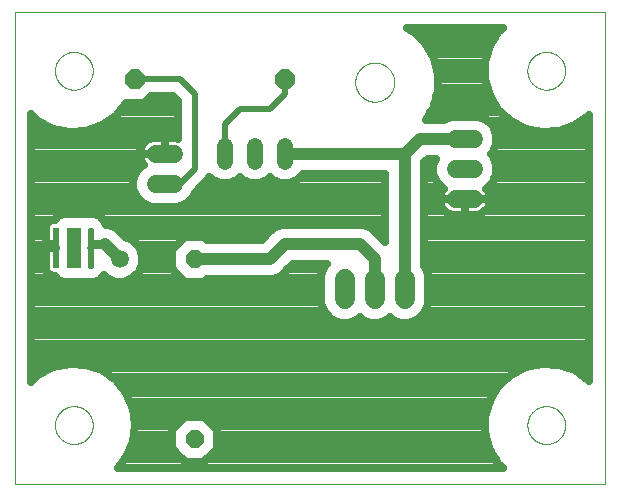
<source format=gbl>
G75*
%MOIN*%
%OFA0B0*%
%FSLAX25Y25*%
%IPPOS*%
%LPD*%
%AMOC8*
5,1,8,0,0,1.08239X$1,22.5*
%
%ADD10C,0.00000*%
%ADD11C,0.06600*%
%ADD12C,0.01575*%
%ADD13R,0.01969X0.13780*%
%ADD14R,0.05118X0.13780*%
%ADD15OC8,0.06600*%
%ADD16OC8,0.06000*%
%ADD17C,0.05200*%
%ADD18C,0.06000*%
%ADD19C,0.02756*%
%ADD20C,0.03937*%
%ADD21C,0.03150*%
%ADD22C,0.01969*%
%ADD23C,0.05906*%
D10*
X0007378Y0007378D02*
X0007378Y0164858D01*
X0204228Y0164858D01*
X0204228Y0007378D01*
X0007378Y0007378D01*
X0020764Y0027063D02*
X0020766Y0027221D01*
X0020772Y0027379D01*
X0020782Y0027537D01*
X0020796Y0027695D01*
X0020814Y0027852D01*
X0020835Y0028009D01*
X0020861Y0028165D01*
X0020891Y0028321D01*
X0020924Y0028476D01*
X0020962Y0028629D01*
X0021003Y0028782D01*
X0021048Y0028934D01*
X0021097Y0029085D01*
X0021150Y0029234D01*
X0021206Y0029382D01*
X0021266Y0029528D01*
X0021330Y0029673D01*
X0021398Y0029816D01*
X0021469Y0029958D01*
X0021543Y0030098D01*
X0021621Y0030235D01*
X0021703Y0030371D01*
X0021787Y0030505D01*
X0021876Y0030636D01*
X0021967Y0030765D01*
X0022062Y0030892D01*
X0022159Y0031017D01*
X0022260Y0031139D01*
X0022364Y0031258D01*
X0022471Y0031375D01*
X0022581Y0031489D01*
X0022694Y0031600D01*
X0022809Y0031709D01*
X0022927Y0031814D01*
X0023048Y0031916D01*
X0023171Y0032016D01*
X0023297Y0032112D01*
X0023425Y0032205D01*
X0023555Y0032295D01*
X0023688Y0032381D01*
X0023823Y0032465D01*
X0023959Y0032544D01*
X0024098Y0032621D01*
X0024239Y0032693D01*
X0024381Y0032763D01*
X0024525Y0032828D01*
X0024671Y0032890D01*
X0024818Y0032948D01*
X0024967Y0033003D01*
X0025117Y0033054D01*
X0025268Y0033101D01*
X0025420Y0033144D01*
X0025573Y0033183D01*
X0025728Y0033219D01*
X0025883Y0033250D01*
X0026039Y0033278D01*
X0026195Y0033302D01*
X0026352Y0033322D01*
X0026510Y0033338D01*
X0026667Y0033350D01*
X0026826Y0033358D01*
X0026984Y0033362D01*
X0027142Y0033362D01*
X0027300Y0033358D01*
X0027459Y0033350D01*
X0027616Y0033338D01*
X0027774Y0033322D01*
X0027931Y0033302D01*
X0028087Y0033278D01*
X0028243Y0033250D01*
X0028398Y0033219D01*
X0028553Y0033183D01*
X0028706Y0033144D01*
X0028858Y0033101D01*
X0029009Y0033054D01*
X0029159Y0033003D01*
X0029308Y0032948D01*
X0029455Y0032890D01*
X0029601Y0032828D01*
X0029745Y0032763D01*
X0029887Y0032693D01*
X0030028Y0032621D01*
X0030167Y0032544D01*
X0030303Y0032465D01*
X0030438Y0032381D01*
X0030571Y0032295D01*
X0030701Y0032205D01*
X0030829Y0032112D01*
X0030955Y0032016D01*
X0031078Y0031916D01*
X0031199Y0031814D01*
X0031317Y0031709D01*
X0031432Y0031600D01*
X0031545Y0031489D01*
X0031655Y0031375D01*
X0031762Y0031258D01*
X0031866Y0031139D01*
X0031967Y0031017D01*
X0032064Y0030892D01*
X0032159Y0030765D01*
X0032250Y0030636D01*
X0032339Y0030505D01*
X0032423Y0030371D01*
X0032505Y0030235D01*
X0032583Y0030098D01*
X0032657Y0029958D01*
X0032728Y0029816D01*
X0032796Y0029673D01*
X0032860Y0029528D01*
X0032920Y0029382D01*
X0032976Y0029234D01*
X0033029Y0029085D01*
X0033078Y0028934D01*
X0033123Y0028782D01*
X0033164Y0028629D01*
X0033202Y0028476D01*
X0033235Y0028321D01*
X0033265Y0028165D01*
X0033291Y0028009D01*
X0033312Y0027852D01*
X0033330Y0027695D01*
X0033344Y0027537D01*
X0033354Y0027379D01*
X0033360Y0027221D01*
X0033362Y0027063D01*
X0033360Y0026905D01*
X0033354Y0026747D01*
X0033344Y0026589D01*
X0033330Y0026431D01*
X0033312Y0026274D01*
X0033291Y0026117D01*
X0033265Y0025961D01*
X0033235Y0025805D01*
X0033202Y0025650D01*
X0033164Y0025497D01*
X0033123Y0025344D01*
X0033078Y0025192D01*
X0033029Y0025041D01*
X0032976Y0024892D01*
X0032920Y0024744D01*
X0032860Y0024598D01*
X0032796Y0024453D01*
X0032728Y0024310D01*
X0032657Y0024168D01*
X0032583Y0024028D01*
X0032505Y0023891D01*
X0032423Y0023755D01*
X0032339Y0023621D01*
X0032250Y0023490D01*
X0032159Y0023361D01*
X0032064Y0023234D01*
X0031967Y0023109D01*
X0031866Y0022987D01*
X0031762Y0022868D01*
X0031655Y0022751D01*
X0031545Y0022637D01*
X0031432Y0022526D01*
X0031317Y0022417D01*
X0031199Y0022312D01*
X0031078Y0022210D01*
X0030955Y0022110D01*
X0030829Y0022014D01*
X0030701Y0021921D01*
X0030571Y0021831D01*
X0030438Y0021745D01*
X0030303Y0021661D01*
X0030167Y0021582D01*
X0030028Y0021505D01*
X0029887Y0021433D01*
X0029745Y0021363D01*
X0029601Y0021298D01*
X0029455Y0021236D01*
X0029308Y0021178D01*
X0029159Y0021123D01*
X0029009Y0021072D01*
X0028858Y0021025D01*
X0028706Y0020982D01*
X0028553Y0020943D01*
X0028398Y0020907D01*
X0028243Y0020876D01*
X0028087Y0020848D01*
X0027931Y0020824D01*
X0027774Y0020804D01*
X0027616Y0020788D01*
X0027459Y0020776D01*
X0027300Y0020768D01*
X0027142Y0020764D01*
X0026984Y0020764D01*
X0026826Y0020768D01*
X0026667Y0020776D01*
X0026510Y0020788D01*
X0026352Y0020804D01*
X0026195Y0020824D01*
X0026039Y0020848D01*
X0025883Y0020876D01*
X0025728Y0020907D01*
X0025573Y0020943D01*
X0025420Y0020982D01*
X0025268Y0021025D01*
X0025117Y0021072D01*
X0024967Y0021123D01*
X0024818Y0021178D01*
X0024671Y0021236D01*
X0024525Y0021298D01*
X0024381Y0021363D01*
X0024239Y0021433D01*
X0024098Y0021505D01*
X0023959Y0021582D01*
X0023823Y0021661D01*
X0023688Y0021745D01*
X0023555Y0021831D01*
X0023425Y0021921D01*
X0023297Y0022014D01*
X0023171Y0022110D01*
X0023048Y0022210D01*
X0022927Y0022312D01*
X0022809Y0022417D01*
X0022694Y0022526D01*
X0022581Y0022637D01*
X0022471Y0022751D01*
X0022364Y0022868D01*
X0022260Y0022987D01*
X0022159Y0023109D01*
X0022062Y0023234D01*
X0021967Y0023361D01*
X0021876Y0023490D01*
X0021787Y0023621D01*
X0021703Y0023755D01*
X0021621Y0023891D01*
X0021543Y0024028D01*
X0021469Y0024168D01*
X0021398Y0024310D01*
X0021330Y0024453D01*
X0021266Y0024598D01*
X0021206Y0024744D01*
X0021150Y0024892D01*
X0021097Y0025041D01*
X0021048Y0025192D01*
X0021003Y0025344D01*
X0020962Y0025497D01*
X0020924Y0025650D01*
X0020891Y0025805D01*
X0020861Y0025961D01*
X0020835Y0026117D01*
X0020814Y0026274D01*
X0020796Y0026431D01*
X0020782Y0026589D01*
X0020772Y0026747D01*
X0020766Y0026905D01*
X0020764Y0027063D01*
X0120878Y0141378D02*
X0120880Y0141539D01*
X0120886Y0141699D01*
X0120896Y0141860D01*
X0120910Y0142020D01*
X0120928Y0142180D01*
X0120949Y0142339D01*
X0120975Y0142498D01*
X0121005Y0142656D01*
X0121038Y0142813D01*
X0121076Y0142970D01*
X0121117Y0143125D01*
X0121162Y0143279D01*
X0121211Y0143432D01*
X0121264Y0143584D01*
X0121320Y0143735D01*
X0121381Y0143884D01*
X0121444Y0144032D01*
X0121512Y0144178D01*
X0121583Y0144322D01*
X0121657Y0144464D01*
X0121735Y0144605D01*
X0121817Y0144743D01*
X0121902Y0144880D01*
X0121990Y0145014D01*
X0122082Y0145146D01*
X0122177Y0145276D01*
X0122275Y0145404D01*
X0122376Y0145529D01*
X0122480Y0145651D01*
X0122587Y0145771D01*
X0122697Y0145888D01*
X0122810Y0146003D01*
X0122926Y0146114D01*
X0123045Y0146223D01*
X0123166Y0146328D01*
X0123290Y0146431D01*
X0123416Y0146531D01*
X0123544Y0146627D01*
X0123675Y0146720D01*
X0123809Y0146810D01*
X0123944Y0146897D01*
X0124082Y0146980D01*
X0124221Y0147060D01*
X0124363Y0147136D01*
X0124506Y0147209D01*
X0124651Y0147278D01*
X0124798Y0147344D01*
X0124946Y0147406D01*
X0125096Y0147464D01*
X0125247Y0147519D01*
X0125400Y0147570D01*
X0125554Y0147617D01*
X0125709Y0147660D01*
X0125865Y0147699D01*
X0126021Y0147735D01*
X0126179Y0147766D01*
X0126337Y0147794D01*
X0126496Y0147818D01*
X0126656Y0147838D01*
X0126816Y0147854D01*
X0126976Y0147866D01*
X0127137Y0147874D01*
X0127298Y0147878D01*
X0127458Y0147878D01*
X0127619Y0147874D01*
X0127780Y0147866D01*
X0127940Y0147854D01*
X0128100Y0147838D01*
X0128260Y0147818D01*
X0128419Y0147794D01*
X0128577Y0147766D01*
X0128735Y0147735D01*
X0128891Y0147699D01*
X0129047Y0147660D01*
X0129202Y0147617D01*
X0129356Y0147570D01*
X0129509Y0147519D01*
X0129660Y0147464D01*
X0129810Y0147406D01*
X0129958Y0147344D01*
X0130105Y0147278D01*
X0130250Y0147209D01*
X0130393Y0147136D01*
X0130535Y0147060D01*
X0130674Y0146980D01*
X0130812Y0146897D01*
X0130947Y0146810D01*
X0131081Y0146720D01*
X0131212Y0146627D01*
X0131340Y0146531D01*
X0131466Y0146431D01*
X0131590Y0146328D01*
X0131711Y0146223D01*
X0131830Y0146114D01*
X0131946Y0146003D01*
X0132059Y0145888D01*
X0132169Y0145771D01*
X0132276Y0145651D01*
X0132380Y0145529D01*
X0132481Y0145404D01*
X0132579Y0145276D01*
X0132674Y0145146D01*
X0132766Y0145014D01*
X0132854Y0144880D01*
X0132939Y0144743D01*
X0133021Y0144605D01*
X0133099Y0144464D01*
X0133173Y0144322D01*
X0133244Y0144178D01*
X0133312Y0144032D01*
X0133375Y0143884D01*
X0133436Y0143735D01*
X0133492Y0143584D01*
X0133545Y0143432D01*
X0133594Y0143279D01*
X0133639Y0143125D01*
X0133680Y0142970D01*
X0133718Y0142813D01*
X0133751Y0142656D01*
X0133781Y0142498D01*
X0133807Y0142339D01*
X0133828Y0142180D01*
X0133846Y0142020D01*
X0133860Y0141860D01*
X0133870Y0141699D01*
X0133876Y0141539D01*
X0133878Y0141378D01*
X0133876Y0141217D01*
X0133870Y0141057D01*
X0133860Y0140896D01*
X0133846Y0140736D01*
X0133828Y0140576D01*
X0133807Y0140417D01*
X0133781Y0140258D01*
X0133751Y0140100D01*
X0133718Y0139943D01*
X0133680Y0139786D01*
X0133639Y0139631D01*
X0133594Y0139477D01*
X0133545Y0139324D01*
X0133492Y0139172D01*
X0133436Y0139021D01*
X0133375Y0138872D01*
X0133312Y0138724D01*
X0133244Y0138578D01*
X0133173Y0138434D01*
X0133099Y0138292D01*
X0133021Y0138151D01*
X0132939Y0138013D01*
X0132854Y0137876D01*
X0132766Y0137742D01*
X0132674Y0137610D01*
X0132579Y0137480D01*
X0132481Y0137352D01*
X0132380Y0137227D01*
X0132276Y0137105D01*
X0132169Y0136985D01*
X0132059Y0136868D01*
X0131946Y0136753D01*
X0131830Y0136642D01*
X0131711Y0136533D01*
X0131590Y0136428D01*
X0131466Y0136325D01*
X0131340Y0136225D01*
X0131212Y0136129D01*
X0131081Y0136036D01*
X0130947Y0135946D01*
X0130812Y0135859D01*
X0130674Y0135776D01*
X0130535Y0135696D01*
X0130393Y0135620D01*
X0130250Y0135547D01*
X0130105Y0135478D01*
X0129958Y0135412D01*
X0129810Y0135350D01*
X0129660Y0135292D01*
X0129509Y0135237D01*
X0129356Y0135186D01*
X0129202Y0135139D01*
X0129047Y0135096D01*
X0128891Y0135057D01*
X0128735Y0135021D01*
X0128577Y0134990D01*
X0128419Y0134962D01*
X0128260Y0134938D01*
X0128100Y0134918D01*
X0127940Y0134902D01*
X0127780Y0134890D01*
X0127619Y0134882D01*
X0127458Y0134878D01*
X0127298Y0134878D01*
X0127137Y0134882D01*
X0126976Y0134890D01*
X0126816Y0134902D01*
X0126656Y0134918D01*
X0126496Y0134938D01*
X0126337Y0134962D01*
X0126179Y0134990D01*
X0126021Y0135021D01*
X0125865Y0135057D01*
X0125709Y0135096D01*
X0125554Y0135139D01*
X0125400Y0135186D01*
X0125247Y0135237D01*
X0125096Y0135292D01*
X0124946Y0135350D01*
X0124798Y0135412D01*
X0124651Y0135478D01*
X0124506Y0135547D01*
X0124363Y0135620D01*
X0124221Y0135696D01*
X0124082Y0135776D01*
X0123944Y0135859D01*
X0123809Y0135946D01*
X0123675Y0136036D01*
X0123544Y0136129D01*
X0123416Y0136225D01*
X0123290Y0136325D01*
X0123166Y0136428D01*
X0123045Y0136533D01*
X0122926Y0136642D01*
X0122810Y0136753D01*
X0122697Y0136868D01*
X0122587Y0136985D01*
X0122480Y0137105D01*
X0122376Y0137227D01*
X0122275Y0137352D01*
X0122177Y0137480D01*
X0122082Y0137610D01*
X0121990Y0137742D01*
X0121902Y0137876D01*
X0121817Y0138013D01*
X0121735Y0138151D01*
X0121657Y0138292D01*
X0121583Y0138434D01*
X0121512Y0138578D01*
X0121444Y0138724D01*
X0121381Y0138872D01*
X0121320Y0139021D01*
X0121264Y0139172D01*
X0121211Y0139324D01*
X0121162Y0139477D01*
X0121117Y0139631D01*
X0121076Y0139786D01*
X0121038Y0139943D01*
X0121005Y0140100D01*
X0120975Y0140258D01*
X0120949Y0140417D01*
X0120928Y0140576D01*
X0120910Y0140736D01*
X0120896Y0140896D01*
X0120886Y0141057D01*
X0120880Y0141217D01*
X0120878Y0141378D01*
X0178244Y0145173D02*
X0178246Y0145331D01*
X0178252Y0145489D01*
X0178262Y0145647D01*
X0178276Y0145805D01*
X0178294Y0145962D01*
X0178315Y0146119D01*
X0178341Y0146275D01*
X0178371Y0146431D01*
X0178404Y0146586D01*
X0178442Y0146739D01*
X0178483Y0146892D01*
X0178528Y0147044D01*
X0178577Y0147195D01*
X0178630Y0147344D01*
X0178686Y0147492D01*
X0178746Y0147638D01*
X0178810Y0147783D01*
X0178878Y0147926D01*
X0178949Y0148068D01*
X0179023Y0148208D01*
X0179101Y0148345D01*
X0179183Y0148481D01*
X0179267Y0148615D01*
X0179356Y0148746D01*
X0179447Y0148875D01*
X0179542Y0149002D01*
X0179639Y0149127D01*
X0179740Y0149249D01*
X0179844Y0149368D01*
X0179951Y0149485D01*
X0180061Y0149599D01*
X0180174Y0149710D01*
X0180289Y0149819D01*
X0180407Y0149924D01*
X0180528Y0150026D01*
X0180651Y0150126D01*
X0180777Y0150222D01*
X0180905Y0150315D01*
X0181035Y0150405D01*
X0181168Y0150491D01*
X0181303Y0150575D01*
X0181439Y0150654D01*
X0181578Y0150731D01*
X0181719Y0150803D01*
X0181861Y0150873D01*
X0182005Y0150938D01*
X0182151Y0151000D01*
X0182298Y0151058D01*
X0182447Y0151113D01*
X0182597Y0151164D01*
X0182748Y0151211D01*
X0182900Y0151254D01*
X0183053Y0151293D01*
X0183208Y0151329D01*
X0183363Y0151360D01*
X0183519Y0151388D01*
X0183675Y0151412D01*
X0183832Y0151432D01*
X0183990Y0151448D01*
X0184147Y0151460D01*
X0184306Y0151468D01*
X0184464Y0151472D01*
X0184622Y0151472D01*
X0184780Y0151468D01*
X0184939Y0151460D01*
X0185096Y0151448D01*
X0185254Y0151432D01*
X0185411Y0151412D01*
X0185567Y0151388D01*
X0185723Y0151360D01*
X0185878Y0151329D01*
X0186033Y0151293D01*
X0186186Y0151254D01*
X0186338Y0151211D01*
X0186489Y0151164D01*
X0186639Y0151113D01*
X0186788Y0151058D01*
X0186935Y0151000D01*
X0187081Y0150938D01*
X0187225Y0150873D01*
X0187367Y0150803D01*
X0187508Y0150731D01*
X0187647Y0150654D01*
X0187783Y0150575D01*
X0187918Y0150491D01*
X0188051Y0150405D01*
X0188181Y0150315D01*
X0188309Y0150222D01*
X0188435Y0150126D01*
X0188558Y0150026D01*
X0188679Y0149924D01*
X0188797Y0149819D01*
X0188912Y0149710D01*
X0189025Y0149599D01*
X0189135Y0149485D01*
X0189242Y0149368D01*
X0189346Y0149249D01*
X0189447Y0149127D01*
X0189544Y0149002D01*
X0189639Y0148875D01*
X0189730Y0148746D01*
X0189819Y0148615D01*
X0189903Y0148481D01*
X0189985Y0148345D01*
X0190063Y0148208D01*
X0190137Y0148068D01*
X0190208Y0147926D01*
X0190276Y0147783D01*
X0190340Y0147638D01*
X0190400Y0147492D01*
X0190456Y0147344D01*
X0190509Y0147195D01*
X0190558Y0147044D01*
X0190603Y0146892D01*
X0190644Y0146739D01*
X0190682Y0146586D01*
X0190715Y0146431D01*
X0190745Y0146275D01*
X0190771Y0146119D01*
X0190792Y0145962D01*
X0190810Y0145805D01*
X0190824Y0145647D01*
X0190834Y0145489D01*
X0190840Y0145331D01*
X0190842Y0145173D01*
X0190840Y0145015D01*
X0190834Y0144857D01*
X0190824Y0144699D01*
X0190810Y0144541D01*
X0190792Y0144384D01*
X0190771Y0144227D01*
X0190745Y0144071D01*
X0190715Y0143915D01*
X0190682Y0143760D01*
X0190644Y0143607D01*
X0190603Y0143454D01*
X0190558Y0143302D01*
X0190509Y0143151D01*
X0190456Y0143002D01*
X0190400Y0142854D01*
X0190340Y0142708D01*
X0190276Y0142563D01*
X0190208Y0142420D01*
X0190137Y0142278D01*
X0190063Y0142138D01*
X0189985Y0142001D01*
X0189903Y0141865D01*
X0189819Y0141731D01*
X0189730Y0141600D01*
X0189639Y0141471D01*
X0189544Y0141344D01*
X0189447Y0141219D01*
X0189346Y0141097D01*
X0189242Y0140978D01*
X0189135Y0140861D01*
X0189025Y0140747D01*
X0188912Y0140636D01*
X0188797Y0140527D01*
X0188679Y0140422D01*
X0188558Y0140320D01*
X0188435Y0140220D01*
X0188309Y0140124D01*
X0188181Y0140031D01*
X0188051Y0139941D01*
X0187918Y0139855D01*
X0187783Y0139771D01*
X0187647Y0139692D01*
X0187508Y0139615D01*
X0187367Y0139543D01*
X0187225Y0139473D01*
X0187081Y0139408D01*
X0186935Y0139346D01*
X0186788Y0139288D01*
X0186639Y0139233D01*
X0186489Y0139182D01*
X0186338Y0139135D01*
X0186186Y0139092D01*
X0186033Y0139053D01*
X0185878Y0139017D01*
X0185723Y0138986D01*
X0185567Y0138958D01*
X0185411Y0138934D01*
X0185254Y0138914D01*
X0185096Y0138898D01*
X0184939Y0138886D01*
X0184780Y0138878D01*
X0184622Y0138874D01*
X0184464Y0138874D01*
X0184306Y0138878D01*
X0184147Y0138886D01*
X0183990Y0138898D01*
X0183832Y0138914D01*
X0183675Y0138934D01*
X0183519Y0138958D01*
X0183363Y0138986D01*
X0183208Y0139017D01*
X0183053Y0139053D01*
X0182900Y0139092D01*
X0182748Y0139135D01*
X0182597Y0139182D01*
X0182447Y0139233D01*
X0182298Y0139288D01*
X0182151Y0139346D01*
X0182005Y0139408D01*
X0181861Y0139473D01*
X0181719Y0139543D01*
X0181578Y0139615D01*
X0181439Y0139692D01*
X0181303Y0139771D01*
X0181168Y0139855D01*
X0181035Y0139941D01*
X0180905Y0140031D01*
X0180777Y0140124D01*
X0180651Y0140220D01*
X0180528Y0140320D01*
X0180407Y0140422D01*
X0180289Y0140527D01*
X0180174Y0140636D01*
X0180061Y0140747D01*
X0179951Y0140861D01*
X0179844Y0140978D01*
X0179740Y0141097D01*
X0179639Y0141219D01*
X0179542Y0141344D01*
X0179447Y0141471D01*
X0179356Y0141600D01*
X0179267Y0141731D01*
X0179183Y0141865D01*
X0179101Y0142001D01*
X0179023Y0142138D01*
X0178949Y0142278D01*
X0178878Y0142420D01*
X0178810Y0142563D01*
X0178746Y0142708D01*
X0178686Y0142854D01*
X0178630Y0143002D01*
X0178577Y0143151D01*
X0178528Y0143302D01*
X0178483Y0143454D01*
X0178442Y0143607D01*
X0178404Y0143760D01*
X0178371Y0143915D01*
X0178341Y0144071D01*
X0178315Y0144227D01*
X0178294Y0144384D01*
X0178276Y0144541D01*
X0178262Y0144699D01*
X0178252Y0144857D01*
X0178246Y0145015D01*
X0178244Y0145173D01*
X0178244Y0027063D02*
X0178246Y0027221D01*
X0178252Y0027379D01*
X0178262Y0027537D01*
X0178276Y0027695D01*
X0178294Y0027852D01*
X0178315Y0028009D01*
X0178341Y0028165D01*
X0178371Y0028321D01*
X0178404Y0028476D01*
X0178442Y0028629D01*
X0178483Y0028782D01*
X0178528Y0028934D01*
X0178577Y0029085D01*
X0178630Y0029234D01*
X0178686Y0029382D01*
X0178746Y0029528D01*
X0178810Y0029673D01*
X0178878Y0029816D01*
X0178949Y0029958D01*
X0179023Y0030098D01*
X0179101Y0030235D01*
X0179183Y0030371D01*
X0179267Y0030505D01*
X0179356Y0030636D01*
X0179447Y0030765D01*
X0179542Y0030892D01*
X0179639Y0031017D01*
X0179740Y0031139D01*
X0179844Y0031258D01*
X0179951Y0031375D01*
X0180061Y0031489D01*
X0180174Y0031600D01*
X0180289Y0031709D01*
X0180407Y0031814D01*
X0180528Y0031916D01*
X0180651Y0032016D01*
X0180777Y0032112D01*
X0180905Y0032205D01*
X0181035Y0032295D01*
X0181168Y0032381D01*
X0181303Y0032465D01*
X0181439Y0032544D01*
X0181578Y0032621D01*
X0181719Y0032693D01*
X0181861Y0032763D01*
X0182005Y0032828D01*
X0182151Y0032890D01*
X0182298Y0032948D01*
X0182447Y0033003D01*
X0182597Y0033054D01*
X0182748Y0033101D01*
X0182900Y0033144D01*
X0183053Y0033183D01*
X0183208Y0033219D01*
X0183363Y0033250D01*
X0183519Y0033278D01*
X0183675Y0033302D01*
X0183832Y0033322D01*
X0183990Y0033338D01*
X0184147Y0033350D01*
X0184306Y0033358D01*
X0184464Y0033362D01*
X0184622Y0033362D01*
X0184780Y0033358D01*
X0184939Y0033350D01*
X0185096Y0033338D01*
X0185254Y0033322D01*
X0185411Y0033302D01*
X0185567Y0033278D01*
X0185723Y0033250D01*
X0185878Y0033219D01*
X0186033Y0033183D01*
X0186186Y0033144D01*
X0186338Y0033101D01*
X0186489Y0033054D01*
X0186639Y0033003D01*
X0186788Y0032948D01*
X0186935Y0032890D01*
X0187081Y0032828D01*
X0187225Y0032763D01*
X0187367Y0032693D01*
X0187508Y0032621D01*
X0187647Y0032544D01*
X0187783Y0032465D01*
X0187918Y0032381D01*
X0188051Y0032295D01*
X0188181Y0032205D01*
X0188309Y0032112D01*
X0188435Y0032016D01*
X0188558Y0031916D01*
X0188679Y0031814D01*
X0188797Y0031709D01*
X0188912Y0031600D01*
X0189025Y0031489D01*
X0189135Y0031375D01*
X0189242Y0031258D01*
X0189346Y0031139D01*
X0189447Y0031017D01*
X0189544Y0030892D01*
X0189639Y0030765D01*
X0189730Y0030636D01*
X0189819Y0030505D01*
X0189903Y0030371D01*
X0189985Y0030235D01*
X0190063Y0030098D01*
X0190137Y0029958D01*
X0190208Y0029816D01*
X0190276Y0029673D01*
X0190340Y0029528D01*
X0190400Y0029382D01*
X0190456Y0029234D01*
X0190509Y0029085D01*
X0190558Y0028934D01*
X0190603Y0028782D01*
X0190644Y0028629D01*
X0190682Y0028476D01*
X0190715Y0028321D01*
X0190745Y0028165D01*
X0190771Y0028009D01*
X0190792Y0027852D01*
X0190810Y0027695D01*
X0190824Y0027537D01*
X0190834Y0027379D01*
X0190840Y0027221D01*
X0190842Y0027063D01*
X0190840Y0026905D01*
X0190834Y0026747D01*
X0190824Y0026589D01*
X0190810Y0026431D01*
X0190792Y0026274D01*
X0190771Y0026117D01*
X0190745Y0025961D01*
X0190715Y0025805D01*
X0190682Y0025650D01*
X0190644Y0025497D01*
X0190603Y0025344D01*
X0190558Y0025192D01*
X0190509Y0025041D01*
X0190456Y0024892D01*
X0190400Y0024744D01*
X0190340Y0024598D01*
X0190276Y0024453D01*
X0190208Y0024310D01*
X0190137Y0024168D01*
X0190063Y0024028D01*
X0189985Y0023891D01*
X0189903Y0023755D01*
X0189819Y0023621D01*
X0189730Y0023490D01*
X0189639Y0023361D01*
X0189544Y0023234D01*
X0189447Y0023109D01*
X0189346Y0022987D01*
X0189242Y0022868D01*
X0189135Y0022751D01*
X0189025Y0022637D01*
X0188912Y0022526D01*
X0188797Y0022417D01*
X0188679Y0022312D01*
X0188558Y0022210D01*
X0188435Y0022110D01*
X0188309Y0022014D01*
X0188181Y0021921D01*
X0188051Y0021831D01*
X0187918Y0021745D01*
X0187783Y0021661D01*
X0187647Y0021582D01*
X0187508Y0021505D01*
X0187367Y0021433D01*
X0187225Y0021363D01*
X0187081Y0021298D01*
X0186935Y0021236D01*
X0186788Y0021178D01*
X0186639Y0021123D01*
X0186489Y0021072D01*
X0186338Y0021025D01*
X0186186Y0020982D01*
X0186033Y0020943D01*
X0185878Y0020907D01*
X0185723Y0020876D01*
X0185567Y0020848D01*
X0185411Y0020824D01*
X0185254Y0020804D01*
X0185096Y0020788D01*
X0184939Y0020776D01*
X0184780Y0020768D01*
X0184622Y0020764D01*
X0184464Y0020764D01*
X0184306Y0020768D01*
X0184147Y0020776D01*
X0183990Y0020788D01*
X0183832Y0020804D01*
X0183675Y0020824D01*
X0183519Y0020848D01*
X0183363Y0020876D01*
X0183208Y0020907D01*
X0183053Y0020943D01*
X0182900Y0020982D01*
X0182748Y0021025D01*
X0182597Y0021072D01*
X0182447Y0021123D01*
X0182298Y0021178D01*
X0182151Y0021236D01*
X0182005Y0021298D01*
X0181861Y0021363D01*
X0181719Y0021433D01*
X0181578Y0021505D01*
X0181439Y0021582D01*
X0181303Y0021661D01*
X0181168Y0021745D01*
X0181035Y0021831D01*
X0180905Y0021921D01*
X0180777Y0022014D01*
X0180651Y0022110D01*
X0180528Y0022210D01*
X0180407Y0022312D01*
X0180289Y0022417D01*
X0180174Y0022526D01*
X0180061Y0022637D01*
X0179951Y0022751D01*
X0179844Y0022868D01*
X0179740Y0022987D01*
X0179639Y0023109D01*
X0179542Y0023234D01*
X0179447Y0023361D01*
X0179356Y0023490D01*
X0179267Y0023621D01*
X0179183Y0023755D01*
X0179101Y0023891D01*
X0179023Y0024028D01*
X0178949Y0024168D01*
X0178878Y0024310D01*
X0178810Y0024453D01*
X0178746Y0024598D01*
X0178686Y0024744D01*
X0178630Y0024892D01*
X0178577Y0025041D01*
X0178528Y0025192D01*
X0178483Y0025344D01*
X0178442Y0025497D01*
X0178404Y0025650D01*
X0178371Y0025805D01*
X0178341Y0025961D01*
X0178315Y0026117D01*
X0178294Y0026274D01*
X0178276Y0026431D01*
X0178262Y0026589D01*
X0178252Y0026747D01*
X0178246Y0026905D01*
X0178244Y0027063D01*
X0020764Y0145173D02*
X0020766Y0145331D01*
X0020772Y0145489D01*
X0020782Y0145647D01*
X0020796Y0145805D01*
X0020814Y0145962D01*
X0020835Y0146119D01*
X0020861Y0146275D01*
X0020891Y0146431D01*
X0020924Y0146586D01*
X0020962Y0146739D01*
X0021003Y0146892D01*
X0021048Y0147044D01*
X0021097Y0147195D01*
X0021150Y0147344D01*
X0021206Y0147492D01*
X0021266Y0147638D01*
X0021330Y0147783D01*
X0021398Y0147926D01*
X0021469Y0148068D01*
X0021543Y0148208D01*
X0021621Y0148345D01*
X0021703Y0148481D01*
X0021787Y0148615D01*
X0021876Y0148746D01*
X0021967Y0148875D01*
X0022062Y0149002D01*
X0022159Y0149127D01*
X0022260Y0149249D01*
X0022364Y0149368D01*
X0022471Y0149485D01*
X0022581Y0149599D01*
X0022694Y0149710D01*
X0022809Y0149819D01*
X0022927Y0149924D01*
X0023048Y0150026D01*
X0023171Y0150126D01*
X0023297Y0150222D01*
X0023425Y0150315D01*
X0023555Y0150405D01*
X0023688Y0150491D01*
X0023823Y0150575D01*
X0023959Y0150654D01*
X0024098Y0150731D01*
X0024239Y0150803D01*
X0024381Y0150873D01*
X0024525Y0150938D01*
X0024671Y0151000D01*
X0024818Y0151058D01*
X0024967Y0151113D01*
X0025117Y0151164D01*
X0025268Y0151211D01*
X0025420Y0151254D01*
X0025573Y0151293D01*
X0025728Y0151329D01*
X0025883Y0151360D01*
X0026039Y0151388D01*
X0026195Y0151412D01*
X0026352Y0151432D01*
X0026510Y0151448D01*
X0026667Y0151460D01*
X0026826Y0151468D01*
X0026984Y0151472D01*
X0027142Y0151472D01*
X0027300Y0151468D01*
X0027459Y0151460D01*
X0027616Y0151448D01*
X0027774Y0151432D01*
X0027931Y0151412D01*
X0028087Y0151388D01*
X0028243Y0151360D01*
X0028398Y0151329D01*
X0028553Y0151293D01*
X0028706Y0151254D01*
X0028858Y0151211D01*
X0029009Y0151164D01*
X0029159Y0151113D01*
X0029308Y0151058D01*
X0029455Y0151000D01*
X0029601Y0150938D01*
X0029745Y0150873D01*
X0029887Y0150803D01*
X0030028Y0150731D01*
X0030167Y0150654D01*
X0030303Y0150575D01*
X0030438Y0150491D01*
X0030571Y0150405D01*
X0030701Y0150315D01*
X0030829Y0150222D01*
X0030955Y0150126D01*
X0031078Y0150026D01*
X0031199Y0149924D01*
X0031317Y0149819D01*
X0031432Y0149710D01*
X0031545Y0149599D01*
X0031655Y0149485D01*
X0031762Y0149368D01*
X0031866Y0149249D01*
X0031967Y0149127D01*
X0032064Y0149002D01*
X0032159Y0148875D01*
X0032250Y0148746D01*
X0032339Y0148615D01*
X0032423Y0148481D01*
X0032505Y0148345D01*
X0032583Y0148208D01*
X0032657Y0148068D01*
X0032728Y0147926D01*
X0032796Y0147783D01*
X0032860Y0147638D01*
X0032920Y0147492D01*
X0032976Y0147344D01*
X0033029Y0147195D01*
X0033078Y0147044D01*
X0033123Y0146892D01*
X0033164Y0146739D01*
X0033202Y0146586D01*
X0033235Y0146431D01*
X0033265Y0146275D01*
X0033291Y0146119D01*
X0033312Y0145962D01*
X0033330Y0145805D01*
X0033344Y0145647D01*
X0033354Y0145489D01*
X0033360Y0145331D01*
X0033362Y0145173D01*
X0033360Y0145015D01*
X0033354Y0144857D01*
X0033344Y0144699D01*
X0033330Y0144541D01*
X0033312Y0144384D01*
X0033291Y0144227D01*
X0033265Y0144071D01*
X0033235Y0143915D01*
X0033202Y0143760D01*
X0033164Y0143607D01*
X0033123Y0143454D01*
X0033078Y0143302D01*
X0033029Y0143151D01*
X0032976Y0143002D01*
X0032920Y0142854D01*
X0032860Y0142708D01*
X0032796Y0142563D01*
X0032728Y0142420D01*
X0032657Y0142278D01*
X0032583Y0142138D01*
X0032505Y0142001D01*
X0032423Y0141865D01*
X0032339Y0141731D01*
X0032250Y0141600D01*
X0032159Y0141471D01*
X0032064Y0141344D01*
X0031967Y0141219D01*
X0031866Y0141097D01*
X0031762Y0140978D01*
X0031655Y0140861D01*
X0031545Y0140747D01*
X0031432Y0140636D01*
X0031317Y0140527D01*
X0031199Y0140422D01*
X0031078Y0140320D01*
X0030955Y0140220D01*
X0030829Y0140124D01*
X0030701Y0140031D01*
X0030571Y0139941D01*
X0030438Y0139855D01*
X0030303Y0139771D01*
X0030167Y0139692D01*
X0030028Y0139615D01*
X0029887Y0139543D01*
X0029745Y0139473D01*
X0029601Y0139408D01*
X0029455Y0139346D01*
X0029308Y0139288D01*
X0029159Y0139233D01*
X0029009Y0139182D01*
X0028858Y0139135D01*
X0028706Y0139092D01*
X0028553Y0139053D01*
X0028398Y0139017D01*
X0028243Y0138986D01*
X0028087Y0138958D01*
X0027931Y0138934D01*
X0027774Y0138914D01*
X0027616Y0138898D01*
X0027459Y0138886D01*
X0027300Y0138878D01*
X0027142Y0138874D01*
X0026984Y0138874D01*
X0026826Y0138878D01*
X0026667Y0138886D01*
X0026510Y0138898D01*
X0026352Y0138914D01*
X0026195Y0138934D01*
X0026039Y0138958D01*
X0025883Y0138986D01*
X0025728Y0139017D01*
X0025573Y0139053D01*
X0025420Y0139092D01*
X0025268Y0139135D01*
X0025117Y0139182D01*
X0024967Y0139233D01*
X0024818Y0139288D01*
X0024671Y0139346D01*
X0024525Y0139408D01*
X0024381Y0139473D01*
X0024239Y0139543D01*
X0024098Y0139615D01*
X0023959Y0139692D01*
X0023823Y0139771D01*
X0023688Y0139855D01*
X0023555Y0139941D01*
X0023425Y0140031D01*
X0023297Y0140124D01*
X0023171Y0140220D01*
X0023048Y0140320D01*
X0022927Y0140422D01*
X0022809Y0140527D01*
X0022694Y0140636D01*
X0022581Y0140747D01*
X0022471Y0140861D01*
X0022364Y0140978D01*
X0022260Y0141097D01*
X0022159Y0141219D01*
X0022062Y0141344D01*
X0021967Y0141471D01*
X0021876Y0141600D01*
X0021787Y0141731D01*
X0021703Y0141865D01*
X0021621Y0142001D01*
X0021543Y0142138D01*
X0021469Y0142278D01*
X0021398Y0142420D01*
X0021330Y0142563D01*
X0021266Y0142708D01*
X0021206Y0142854D01*
X0021150Y0143002D01*
X0021097Y0143151D01*
X0021048Y0143302D01*
X0021003Y0143454D01*
X0020962Y0143607D01*
X0020924Y0143760D01*
X0020891Y0143915D01*
X0020861Y0144071D01*
X0020835Y0144227D01*
X0020814Y0144384D01*
X0020796Y0144541D01*
X0020782Y0144699D01*
X0020772Y0144857D01*
X0020766Y0145015D01*
X0020764Y0145173D01*
D11*
X0117378Y0075678D02*
X0117378Y0069078D01*
X0127378Y0069078D02*
X0127378Y0075678D01*
X0137378Y0075678D02*
X0137378Y0069078D01*
D12*
X0032772Y0092221D02*
X0032378Y0092221D01*
X0032772Y0092221D02*
X0032772Y0080015D01*
X0032378Y0080015D01*
X0032378Y0092221D01*
X0032378Y0081589D02*
X0032772Y0081589D01*
X0032772Y0083163D02*
X0032378Y0083163D01*
X0032378Y0084737D02*
X0032772Y0084737D01*
X0032772Y0086311D02*
X0032378Y0086311D01*
X0032378Y0087885D02*
X0032772Y0087885D01*
X0032772Y0089459D02*
X0032378Y0089459D01*
X0032378Y0091033D02*
X0032772Y0091033D01*
D13*
X0021157Y0086118D03*
D14*
X0027063Y0086118D03*
D15*
X0047378Y0142378D03*
X0097378Y0142378D03*
D16*
X0067378Y0082378D03*
X0067378Y0022378D03*
D17*
X0077378Y0114778D02*
X0077378Y0119978D01*
X0087378Y0119978D02*
X0087378Y0114778D01*
X0097378Y0114778D02*
X0097378Y0119978D01*
D18*
X0060378Y0117378D02*
X0054378Y0117378D01*
X0054378Y0107378D02*
X0060378Y0107378D01*
X0154378Y0112378D02*
X0160378Y0112378D01*
X0160378Y0122378D02*
X0154378Y0122378D01*
X0154378Y0102378D02*
X0160378Y0102378D01*
D19*
X0157378Y0102378D02*
X0165756Y0102378D01*
X0165756Y0102801D01*
X0165623Y0103637D01*
X0165362Y0104442D01*
X0164978Y0105197D01*
X0164480Y0105881D01*
X0164446Y0105915D01*
X0164642Y0105996D01*
X0166759Y0108114D01*
X0167905Y0110881D01*
X0167905Y0113875D01*
X0166759Y0116642D01*
X0166024Y0117378D01*
X0166759Y0118114D01*
X0167905Y0120881D01*
X0167905Y0123875D01*
X0166759Y0126642D01*
X0164642Y0128759D01*
X0161875Y0129905D01*
X0152881Y0129905D01*
X0150390Y0128874D01*
X0144439Y0128874D01*
X0146973Y0133262D01*
X0148405Y0138610D01*
X0148405Y0144146D01*
X0146973Y0149494D01*
X0144204Y0154289D01*
X0140289Y0158204D01*
X0138079Y0159480D01*
X0170068Y0159480D01*
X0168620Y0158128D01*
X0168620Y0158128D01*
X0165715Y0153351D01*
X0164207Y0147968D01*
X0164207Y0142378D01*
X0165715Y0136995D01*
X0168620Y0132219D01*
X0172705Y0128403D01*
X0172705Y0128403D01*
X0177669Y0125831D01*
X0183142Y0124694D01*
X0183142Y0124694D01*
X0188720Y0125075D01*
X0193987Y0126947D01*
X0198554Y0130171D01*
X0198850Y0130535D01*
X0198850Y0041701D01*
X0198554Y0042065D01*
X0193987Y0045289D01*
X0188720Y0047161D01*
X0183142Y0047543D01*
X0177669Y0046405D01*
X0172705Y0043833D01*
X0168620Y0040018D01*
X0165715Y0035241D01*
X0164207Y0029858D01*
X0164207Y0024268D01*
X0165715Y0018885D01*
X0165715Y0018885D01*
X0168620Y0014108D01*
X0170068Y0012756D01*
X0041640Y0012756D01*
X0044602Y0016397D01*
X0046829Y0021525D01*
X0046829Y0021525D01*
X0047591Y0027063D01*
X0046829Y0032601D01*
X0046829Y0032601D01*
X0044602Y0037729D01*
X0041074Y0042065D01*
X0041074Y0042065D01*
X0036507Y0045289D01*
X0031239Y0047161D01*
X0025662Y0047543D01*
X0020189Y0046405D01*
X0015225Y0043833D01*
X0012756Y0041527D01*
X0012756Y0130709D01*
X0015225Y0128403D01*
X0015225Y0128403D01*
X0020189Y0125831D01*
X0025662Y0124694D01*
X0031239Y0125075D01*
X0031239Y0125075D01*
X0036507Y0126947D01*
X0041074Y0130171D01*
X0041074Y0130171D01*
X0044602Y0134507D01*
X0044602Y0134507D01*
X0044621Y0134550D01*
X0050620Y0134550D01*
X0052936Y0136866D01*
X0060095Y0136866D01*
X0061866Y0135095D01*
X0061866Y0122549D01*
X0061637Y0122623D01*
X0060801Y0122756D01*
X0057378Y0122756D01*
X0057378Y0117378D01*
X0057378Y0117378D01*
X0057378Y0122756D01*
X0053955Y0122756D01*
X0053119Y0122623D01*
X0052314Y0122362D01*
X0051559Y0121978D01*
X0050874Y0121480D01*
X0050276Y0120881D01*
X0049778Y0120197D01*
X0049394Y0119442D01*
X0049132Y0118637D01*
X0049000Y0117801D01*
X0049000Y0117378D01*
X0057378Y0117378D01*
X0057378Y0117378D01*
X0049000Y0117378D01*
X0049000Y0116955D01*
X0049132Y0116119D01*
X0049394Y0115314D01*
X0049778Y0114559D01*
X0050276Y0113874D01*
X0050310Y0113841D01*
X0050114Y0113759D01*
X0047996Y0111642D01*
X0046850Y0108875D01*
X0046850Y0105881D01*
X0047996Y0103114D01*
X0050114Y0100996D01*
X0052881Y0099850D01*
X0061875Y0099850D01*
X0064642Y0100996D01*
X0066759Y0103114D01*
X0067361Y0104566D01*
X0070500Y0107705D01*
X0072051Y0109256D01*
X0072276Y0109800D01*
X0073341Y0108735D01*
X0075960Y0107650D01*
X0078796Y0107650D01*
X0081415Y0108735D01*
X0082378Y0109698D01*
X0083341Y0108735D01*
X0085960Y0107650D01*
X0088796Y0107650D01*
X0091415Y0108735D01*
X0092378Y0109698D01*
X0093341Y0108735D01*
X0095960Y0107650D01*
X0098796Y0107650D01*
X0101415Y0108735D01*
X0103420Y0110741D01*
X0103479Y0110882D01*
X0130882Y0110882D01*
X0130882Y0088061D01*
X0126058Y0092885D01*
X0123670Y0093874D01*
X0096086Y0093874D01*
X0093698Y0092885D01*
X0091871Y0091058D01*
X0089687Y0088874D01*
X0071527Y0088874D01*
X0070496Y0089905D01*
X0064260Y0089905D01*
X0059850Y0085496D01*
X0059850Y0079260D01*
X0064260Y0074850D01*
X0070496Y0074850D01*
X0071527Y0075882D01*
X0093670Y0075882D01*
X0096058Y0076871D01*
X0100069Y0080882D01*
X0111512Y0080882D01*
X0110742Y0080112D01*
X0109550Y0077235D01*
X0109550Y0067521D01*
X0110742Y0064644D01*
X0112944Y0062442D01*
X0115821Y0061250D01*
X0118935Y0061250D01*
X0121812Y0062442D01*
X0122378Y0063008D01*
X0122944Y0062442D01*
X0125821Y0061250D01*
X0128935Y0061250D01*
X0131812Y0062442D01*
X0132378Y0063008D01*
X0132944Y0062442D01*
X0135821Y0061250D01*
X0138935Y0061250D01*
X0141812Y0062442D01*
X0144014Y0064644D01*
X0145205Y0067521D01*
X0145205Y0077235D01*
X0144014Y0080112D01*
X0143874Y0080252D01*
X0143874Y0114687D01*
X0145069Y0115882D01*
X0147682Y0115882D01*
X0146850Y0113875D01*
X0146850Y0110881D01*
X0147996Y0108114D01*
X0150114Y0105996D01*
X0150310Y0105915D01*
X0150276Y0105881D01*
X0149778Y0105197D01*
X0149394Y0104442D01*
X0149132Y0103637D01*
X0149000Y0102801D01*
X0149000Y0102378D01*
X0157378Y0102378D01*
X0157378Y0102378D01*
X0165756Y0102378D01*
X0165756Y0101955D01*
X0165623Y0101119D01*
X0165362Y0100314D01*
X0164978Y0099559D01*
X0164480Y0098874D01*
X0163881Y0098276D01*
X0163197Y0097778D01*
X0162442Y0097394D01*
X0161637Y0097132D01*
X0160801Y0097000D01*
X0157378Y0097000D01*
X0157378Y0102378D01*
X0157378Y0102378D01*
X0157378Y0102378D01*
X0157378Y0097000D01*
X0153955Y0097000D01*
X0153119Y0097132D01*
X0152314Y0097394D01*
X0151559Y0097778D01*
X0150874Y0098276D01*
X0150276Y0098874D01*
X0149778Y0099559D01*
X0149394Y0100314D01*
X0149132Y0101119D01*
X0149000Y0101955D01*
X0149000Y0102378D01*
X0157378Y0102378D01*
X0157378Y0101028D02*
X0157378Y0101028D01*
X0157378Y0098274D02*
X0157378Y0098274D01*
X0163878Y0098274D02*
X0198850Y0098274D01*
X0198850Y0101028D02*
X0165594Y0101028D01*
X0165576Y0103783D02*
X0198850Y0103783D01*
X0198850Y0106537D02*
X0165183Y0106537D01*
X0167247Y0109291D02*
X0198850Y0109291D01*
X0198850Y0112046D02*
X0167905Y0112046D01*
X0167522Y0114800D02*
X0198850Y0114800D01*
X0198850Y0117555D02*
X0166200Y0117555D01*
X0167669Y0120309D02*
X0198850Y0120309D01*
X0198850Y0123063D02*
X0167905Y0123063D01*
X0167101Y0125818D02*
X0177732Y0125818D01*
X0177669Y0125831D02*
X0177669Y0125831D01*
X0172524Y0128572D02*
X0164829Y0128572D01*
X0168620Y0132219D02*
X0168620Y0132219D01*
X0168620Y0132219D01*
X0169575Y0131327D02*
X0145855Y0131327D01*
X0147192Y0134081D02*
X0167487Y0134081D01*
X0165812Y0136836D02*
X0147930Y0136836D01*
X0148405Y0139590D02*
X0164988Y0139590D01*
X0165715Y0136995D02*
X0165715Y0136995D01*
X0164216Y0142344D02*
X0148405Y0142344D01*
X0148150Y0145099D02*
X0164207Y0145099D01*
X0164207Y0147853D02*
X0147412Y0147853D01*
X0146330Y0150608D02*
X0164946Y0150608D01*
X0165715Y0153351D02*
X0165715Y0153351D01*
X0165722Y0153362D02*
X0144739Y0153362D01*
X0142377Y0156116D02*
X0167397Y0156116D01*
X0169415Y0158871D02*
X0139134Y0158871D01*
X0188720Y0125075D02*
X0188720Y0125075D01*
X0190810Y0125818D02*
X0198850Y0125818D01*
X0198850Y0128572D02*
X0196290Y0128572D01*
X0198554Y0130171D02*
X0198554Y0130171D01*
X0198850Y0095519D02*
X0143874Y0095519D01*
X0143874Y0092765D02*
X0198850Y0092765D01*
X0198850Y0090010D02*
X0143874Y0090010D01*
X0143874Y0087256D02*
X0198850Y0087256D01*
X0198850Y0084502D02*
X0143874Y0084502D01*
X0143874Y0081747D02*
X0198850Y0081747D01*
X0198850Y0078993D02*
X0144477Y0078993D01*
X0145205Y0076238D02*
X0198850Y0076238D01*
X0198850Y0073484D02*
X0145205Y0073484D01*
X0145205Y0070730D02*
X0198850Y0070730D01*
X0198850Y0067975D02*
X0145205Y0067975D01*
X0144253Y0065221D02*
X0198850Y0065221D01*
X0198850Y0062466D02*
X0141836Y0062466D01*
X0132920Y0062466D02*
X0131836Y0062466D01*
X0122920Y0062466D02*
X0121836Y0062466D01*
X0112920Y0062466D02*
X0012756Y0062466D01*
X0012756Y0065221D02*
X0110503Y0065221D01*
X0109550Y0067975D02*
X0012756Y0067975D01*
X0012756Y0070730D02*
X0109550Y0070730D01*
X0109550Y0073484D02*
X0012756Y0073484D01*
X0012756Y0076238D02*
X0021091Y0076238D01*
X0020666Y0076664D02*
X0021939Y0075390D01*
X0023603Y0074701D01*
X0030523Y0074701D01*
X0030922Y0074866D01*
X0031321Y0074701D01*
X0033829Y0074701D01*
X0035782Y0075510D01*
X0037225Y0076952D01*
X0038141Y0076036D01*
X0040890Y0074898D01*
X0043866Y0074898D01*
X0046615Y0076036D01*
X0048719Y0078141D01*
X0049858Y0080890D01*
X0049858Y0083866D01*
X0048719Y0086615D01*
X0046615Y0088719D01*
X0044239Y0089704D01*
X0041058Y0092885D01*
X0038670Y0093874D01*
X0037840Y0093874D01*
X0037277Y0095231D01*
X0035782Y0096726D01*
X0033829Y0097535D01*
X0031321Y0097535D01*
X0030922Y0097370D01*
X0030523Y0097535D01*
X0023603Y0097535D01*
X0021939Y0096846D01*
X0020666Y0095573D01*
X0020588Y0095386D01*
X0019939Y0095386D01*
X0019480Y0095294D01*
X0019047Y0095115D01*
X0018657Y0094855D01*
X0018326Y0094524D01*
X0018066Y0094134D01*
X0017887Y0093701D01*
X0017795Y0093242D01*
X0017795Y0086118D01*
X0017795Y0078994D01*
X0017887Y0078535D01*
X0018066Y0078102D01*
X0018326Y0077712D01*
X0018657Y0077381D01*
X0019047Y0077121D01*
X0019480Y0076942D01*
X0019939Y0076850D01*
X0020588Y0076850D01*
X0020666Y0076664D01*
X0017796Y0078993D02*
X0012756Y0078993D01*
X0012756Y0081747D02*
X0017795Y0081747D01*
X0017795Y0084502D02*
X0012756Y0084502D01*
X0012756Y0087256D02*
X0017795Y0087256D01*
X0017378Y0087378D02*
X0019898Y0087378D01*
X0021157Y0086118D01*
X0019976Y0086118D02*
X0017795Y0086118D01*
X0019976Y0086118D01*
X0019976Y0086118D01*
X0017795Y0090010D02*
X0012756Y0090010D01*
X0012756Y0092765D02*
X0017795Y0092765D01*
X0020644Y0095519D02*
X0012756Y0095519D01*
X0012756Y0098274D02*
X0130882Y0098274D01*
X0130882Y0101028D02*
X0064674Y0101028D01*
X0067036Y0103783D02*
X0130882Y0103783D01*
X0130882Y0106537D02*
X0069332Y0106537D01*
X0072065Y0109291D02*
X0072785Y0109291D01*
X0081971Y0109291D02*
X0082785Y0109291D01*
X0091971Y0109291D02*
X0092785Y0109291D01*
X0101971Y0109291D02*
X0130882Y0109291D01*
X0143874Y0109291D02*
X0147509Y0109291D01*
X0149573Y0106537D02*
X0143874Y0106537D01*
X0143874Y0103783D02*
X0149180Y0103783D01*
X0149162Y0101028D02*
X0143874Y0101028D01*
X0143874Y0098274D02*
X0150877Y0098274D01*
X0146850Y0112046D02*
X0143874Y0112046D01*
X0143987Y0114800D02*
X0147234Y0114800D01*
X0130882Y0095519D02*
X0036989Y0095519D01*
X0041178Y0092765D02*
X0093578Y0092765D01*
X0090824Y0090010D02*
X0043932Y0090010D01*
X0048079Y0087256D02*
X0061610Y0087256D01*
X0059850Y0084502D02*
X0049595Y0084502D01*
X0049858Y0081747D02*
X0059850Y0081747D01*
X0060118Y0078993D02*
X0049072Y0078993D01*
X0046817Y0076238D02*
X0062872Y0076238D01*
X0037939Y0076238D02*
X0036511Y0076238D01*
X0012756Y0059712D02*
X0198850Y0059712D01*
X0198850Y0056957D02*
X0012756Y0056957D01*
X0012756Y0054203D02*
X0198850Y0054203D01*
X0198850Y0051449D02*
X0012756Y0051449D01*
X0012756Y0048694D02*
X0198850Y0048694D01*
X0198850Y0045940D02*
X0192156Y0045940D01*
X0193987Y0045289D02*
X0193987Y0045289D01*
X0196968Y0043185D02*
X0198850Y0043185D01*
X0198554Y0042065D02*
X0198554Y0042065D01*
X0188720Y0047161D02*
X0188720Y0047161D01*
X0183142Y0047543D02*
X0183142Y0047543D01*
X0176771Y0045940D02*
X0034676Y0045940D01*
X0036507Y0045289D02*
X0036507Y0045289D01*
X0039487Y0043185D02*
X0172012Y0043185D01*
X0172705Y0043833D02*
X0172705Y0043833D01*
X0169062Y0040431D02*
X0042404Y0040431D01*
X0041074Y0042065D02*
X0041074Y0042065D01*
X0044602Y0037729D02*
X0044602Y0037729D01*
X0044625Y0037677D02*
X0167196Y0037677D01*
X0165715Y0035241D02*
X0165715Y0035241D01*
X0165626Y0034922D02*
X0045821Y0034922D01*
X0046889Y0032168D02*
X0164854Y0032168D01*
X0164207Y0029413D02*
X0070988Y0029413D01*
X0070496Y0029905D02*
X0064260Y0029905D01*
X0059850Y0025496D01*
X0059850Y0019260D01*
X0064260Y0014850D01*
X0070496Y0014850D01*
X0074905Y0019260D01*
X0074905Y0025496D01*
X0070496Y0029905D01*
X0073743Y0026659D02*
X0164207Y0026659D01*
X0164309Y0023904D02*
X0074905Y0023904D01*
X0074905Y0021150D02*
X0165080Y0021150D01*
X0166013Y0018396D02*
X0074041Y0018396D01*
X0071287Y0015641D02*
X0167688Y0015641D01*
X0168620Y0014108D02*
X0168620Y0014108D01*
X0169928Y0012887D02*
X0041746Y0012887D01*
X0043987Y0015641D02*
X0063469Y0015641D01*
X0060715Y0018396D02*
X0045470Y0018396D01*
X0046667Y0021150D02*
X0059850Y0021150D01*
X0059850Y0023904D02*
X0047156Y0023904D01*
X0047535Y0026659D02*
X0061013Y0026659D01*
X0063768Y0029413D02*
X0047268Y0029413D01*
X0031239Y0047161D02*
X0031239Y0047161D01*
X0025662Y0047543D02*
X0025662Y0047543D01*
X0020189Y0046405D02*
X0020189Y0046405D01*
X0019290Y0045940D02*
X0012756Y0045940D01*
X0012756Y0043185D02*
X0014531Y0043185D01*
X0015225Y0043833D02*
X0015225Y0043833D01*
X0012756Y0101028D02*
X0050082Y0101028D01*
X0047719Y0103783D02*
X0012756Y0103783D01*
X0012756Y0106537D02*
X0046850Y0106537D01*
X0047023Y0109291D02*
X0012756Y0109291D01*
X0012756Y0112046D02*
X0048400Y0112046D01*
X0049656Y0114800D02*
X0012756Y0114800D01*
X0012756Y0117555D02*
X0049000Y0117555D01*
X0049860Y0120309D02*
X0012756Y0120309D01*
X0012756Y0123063D02*
X0061866Y0123063D01*
X0061866Y0125818D02*
X0033330Y0125818D01*
X0036507Y0126947D02*
X0036507Y0126947D01*
X0038809Y0128572D02*
X0061866Y0128572D01*
X0061866Y0131327D02*
X0042014Y0131327D01*
X0041074Y0130171D02*
X0041074Y0130171D01*
X0044255Y0134081D02*
X0061866Y0134081D01*
X0060125Y0136836D02*
X0052905Y0136836D01*
X0057378Y0120309D02*
X0057378Y0120309D01*
X0057378Y0117555D02*
X0057378Y0117555D01*
X0025662Y0124694D02*
X0025662Y0124694D01*
X0020251Y0125818D02*
X0012756Y0125818D01*
X0012756Y0128572D02*
X0015044Y0128572D01*
X0020189Y0125831D02*
X0020189Y0125831D01*
X0094531Y0076238D02*
X0109550Y0076238D01*
X0110279Y0078993D02*
X0098180Y0078993D01*
X0126178Y0092765D02*
X0130882Y0092765D01*
X0130882Y0090010D02*
X0128932Y0090010D01*
D20*
X0122378Y0087378D02*
X0127378Y0082378D01*
X0127378Y0072378D01*
X0137378Y0072378D02*
X0137378Y0117378D01*
X0097378Y0117378D01*
X0097378Y0087378D02*
X0122378Y0087378D01*
X0097378Y0087378D02*
X0092378Y0082378D01*
X0067378Y0082378D01*
X0042378Y0082378D02*
X0037378Y0087378D01*
X0137378Y0117378D02*
X0142378Y0122378D01*
X0157378Y0122378D01*
D21*
X0037378Y0087378D02*
X0033835Y0087378D01*
D22*
X0032575Y0086118D01*
X0057378Y0107378D02*
X0062378Y0107378D01*
X0067378Y0112378D01*
X0067378Y0137378D01*
X0062378Y0142378D01*
X0047378Y0142378D01*
X0077378Y0127378D02*
X0077378Y0117378D01*
X0077378Y0127378D02*
X0082378Y0132378D01*
X0092378Y0132378D01*
X0097378Y0137378D01*
X0097378Y0142378D01*
D23*
X0042378Y0082378D03*
M02*

</source>
